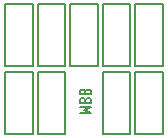
<source format=gbr>
%FSLAX34Y34*%
%MOMM*%
%LNSILK_BOTTOM*%
G71*
G01*
%ADD10C, 0.200*%
%ADD11C, 0.175*%
%LPD*%
G54D10*
X50669Y-179081D02*
X50669Y-230919D01*
X27131Y-230919D01*
X27131Y-179081D01*
X50669Y-179081D01*
G54D10*
X78169Y-179081D02*
X78169Y-230919D01*
X54631Y-230919D01*
X54631Y-179081D01*
X78169Y-179081D01*
G54D10*
X105669Y-179081D02*
X105669Y-230919D01*
X82131Y-230919D01*
X82131Y-179081D01*
X105669Y-179081D01*
G54D10*
X133169Y-179081D02*
X133169Y-230919D01*
X109631Y-230919D01*
X109631Y-179081D01*
X133169Y-179081D01*
G54D10*
X160669Y-179081D02*
X160669Y-230919D01*
X137131Y-230919D01*
X137131Y-179081D01*
X160669Y-179081D01*
G54D10*
X50669Y-236581D02*
X50669Y-288419D01*
X27131Y-288419D01*
X27131Y-236581D01*
X50669Y-236581D01*
G54D10*
X78169Y-236581D02*
X78169Y-288419D01*
X54631Y-288419D01*
X54631Y-236581D01*
X78169Y-236581D01*
G54D10*
X133169Y-236581D02*
X133169Y-288419D01*
X109631Y-288419D01*
X109631Y-236581D01*
X133169Y-236581D01*
G54D10*
X160669Y-236581D02*
X160669Y-288419D01*
X137131Y-288419D01*
X137131Y-236581D01*
X160669Y-236581D01*
G54D11*
X90208Y-270944D02*
X99986Y-270944D01*
X93875Y-268500D01*
X99986Y-266056D01*
X90208Y-266056D01*
G54D11*
X90208Y-262634D02*
X99986Y-262634D01*
X99986Y-260189D01*
X99375Y-259211D01*
X98152Y-258722D01*
X96930Y-258722D01*
X95708Y-259211D01*
X95097Y-260189D01*
X94486Y-259211D01*
X93264Y-258722D01*
X92041Y-258722D01*
X90819Y-259211D01*
X90208Y-260189D01*
X90208Y-262634D01*
G54D11*
X95097Y-262634D02*
X95097Y-260189D01*
G54D11*
X90208Y-255300D02*
X99986Y-255300D01*
X99986Y-252856D01*
X99375Y-251878D01*
X98152Y-251389D01*
X96930Y-251389D01*
X95708Y-251878D01*
X95097Y-252856D01*
X94486Y-251878D01*
X93264Y-251389D01*
X92041Y-251389D01*
X90819Y-251878D01*
X90208Y-252856D01*
X90208Y-255300D01*
G54D11*
X95097Y-255300D02*
X95097Y-252856D01*
M02*

</source>
